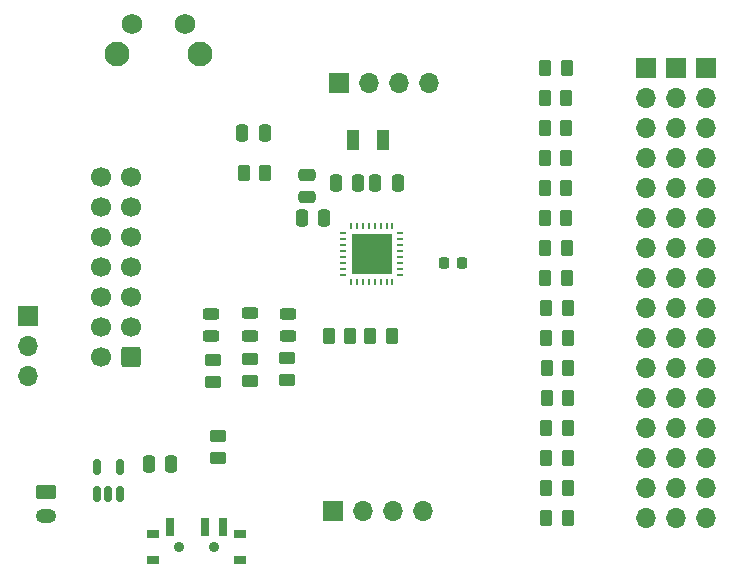
<source format=gbr>
%TF.GenerationSoftware,KiCad,Pcbnew,7.0.9*%
%TF.CreationDate,2024-01-06T14:55:19-06:00*%
%TF.ProjectId,Capsense_v2,43617073-656e-4736-955f-76322e6b6963,rev?*%
%TF.SameCoordinates,Original*%
%TF.FileFunction,Soldermask,Top*%
%TF.FilePolarity,Negative*%
%FSLAX46Y46*%
G04 Gerber Fmt 4.6, Leading zero omitted, Abs format (unit mm)*
G04 Created by KiCad (PCBNEW 7.0.9) date 2024-01-06 14:55:19*
%MOMM*%
%LPD*%
G01*
G04 APERTURE LIST*
G04 Aperture macros list*
%AMRoundRect*
0 Rectangle with rounded corners*
0 $1 Rounding radius*
0 $2 $3 $4 $5 $6 $7 $8 $9 X,Y pos of 4 corners*
0 Add a 4 corners polygon primitive as box body*
4,1,4,$2,$3,$4,$5,$6,$7,$8,$9,$2,$3,0*
0 Add four circle primitives for the rounded corners*
1,1,$1+$1,$2,$3*
1,1,$1+$1,$4,$5*
1,1,$1+$1,$6,$7*
1,1,$1+$1,$8,$9*
0 Add four rect primitives between the rounded corners*
20,1,$1+$1,$2,$3,$4,$5,0*
20,1,$1+$1,$4,$5,$6,$7,0*
20,1,$1+$1,$6,$7,$8,$9,0*
20,1,$1+$1,$8,$9,$2,$3,0*%
G04 Aperture macros list end*
%ADD10RoundRect,0.250000X-0.262500X-0.450000X0.262500X-0.450000X0.262500X0.450000X-0.262500X0.450000X0*%
%ADD11RoundRect,0.225000X-0.225000X-0.250000X0.225000X-0.250000X0.225000X0.250000X-0.225000X0.250000X0*%
%ADD12R,1.700000X1.700000*%
%ADD13O,1.700000X1.700000*%
%ADD14RoundRect,0.250000X0.250000X0.475000X-0.250000X0.475000X-0.250000X-0.475000X0.250000X-0.475000X0*%
%ADD15RoundRect,0.250000X-0.450000X0.262500X-0.450000X-0.262500X0.450000X-0.262500X0.450000X0.262500X0*%
%ADD16RoundRect,0.250000X0.262500X0.450000X-0.262500X0.450000X-0.262500X-0.450000X0.262500X-0.450000X0*%
%ADD17RoundRect,0.243750X0.456250X-0.243750X0.456250X0.243750X-0.456250X0.243750X-0.456250X-0.243750X0*%
%ADD18RoundRect,0.250000X-0.250000X-0.475000X0.250000X-0.475000X0.250000X0.475000X-0.250000X0.475000X0*%
%ADD19RoundRect,0.250000X0.600000X0.600000X-0.600000X0.600000X-0.600000X-0.600000X0.600000X-0.600000X0*%
%ADD20C,1.700000*%
%ADD21R,1.000000X0.800000*%
%ADD22C,0.900000*%
%ADD23R,0.700000X1.500000*%
%ADD24RoundRect,0.250000X0.450000X-0.262500X0.450000X0.262500X-0.450000X0.262500X-0.450000X-0.262500X0*%
%ADD25C,2.100000*%
%ADD26C,1.750000*%
%ADD27RoundRect,0.250000X-0.625000X0.350000X-0.625000X-0.350000X0.625000X-0.350000X0.625000X0.350000X0*%
%ADD28O,1.750000X1.200000*%
%ADD29RoundRect,0.150000X0.150000X-0.512500X0.150000X0.512500X-0.150000X0.512500X-0.150000X-0.512500X0*%
%ADD30R,0.599999X0.249999*%
%ADD31R,0.249999X0.599999*%
%ADD32R,3.450001X3.450001*%
%ADD33RoundRect,0.250000X0.475000X-0.250000X0.475000X0.250000X-0.475000X0.250000X-0.475000X-0.250000X0*%
%ADD34R,1.000000X1.800000*%
G04 APERTURE END LIST*
D10*
%TO.C,R18*%
X154574500Y-68180000D03*
X156399500Y-68180000D03*
%TD*%
%TO.C,R9*%
X154700500Y-91040000D03*
X156525500Y-91040000D03*
%TD*%
D11*
%TO.C,C3*%
X146025000Y-72000000D03*
X147575000Y-72000000D03*
%TD*%
D10*
%TO.C,R10*%
X154700500Y-88500000D03*
X156525500Y-88500000D03*
%TD*%
D12*
%TO.C,J5*%
X163170000Y-55480000D03*
X165710000Y-55480000D03*
X168250000Y-55480000D03*
D13*
X163170000Y-58020000D03*
X165710000Y-58020000D03*
X168250000Y-58020000D03*
X163170000Y-60560000D03*
X165710000Y-60560000D03*
X168250000Y-60560000D03*
X163170000Y-63100000D03*
X165710000Y-63100000D03*
X168250000Y-63100000D03*
X163170000Y-65640000D03*
X165710000Y-65640000D03*
X168250000Y-65640000D03*
X163170000Y-68180000D03*
X165710000Y-68180000D03*
X168250000Y-68180000D03*
X163170000Y-70720000D03*
X165710000Y-70720000D03*
X168250000Y-70720000D03*
X163170000Y-73260000D03*
X165710000Y-73260000D03*
X168250000Y-73260000D03*
X163170000Y-75800000D03*
X165710000Y-75800000D03*
X168250000Y-75800000D03*
X163170000Y-78340000D03*
X165710000Y-78340000D03*
X168250000Y-78340000D03*
X163170000Y-80880000D03*
X165710000Y-80880000D03*
X168250000Y-80880000D03*
X163170000Y-83420000D03*
X165710000Y-83420000D03*
X168250000Y-83420000D03*
X163170000Y-85960000D03*
X165710000Y-85960000D03*
X168250000Y-85960000D03*
X163170000Y-88500000D03*
X165710000Y-88500000D03*
X168250000Y-88500000D03*
X163170000Y-91040000D03*
X165710000Y-91040000D03*
X168250000Y-91040000D03*
X163170000Y-93580000D03*
X165710000Y-93580000D03*
X168250000Y-93580000D03*
%TD*%
D14*
%TO.C,C1*%
X135939892Y-68200000D03*
X134039892Y-68200000D03*
%TD*%
D15*
%TO.C,R5*%
X129621228Y-80181620D03*
X129621228Y-82006620D03*
%TD*%
D10*
%TO.C,R17*%
X154637500Y-70720000D03*
X156462500Y-70720000D03*
%TD*%
D16*
%TO.C,R1*%
X138112500Y-78232000D03*
X136287500Y-78232000D03*
%TD*%
D17*
%TO.C,D3*%
X132834097Y-78164914D03*
X132834097Y-76289914D03*
%TD*%
D18*
%TO.C,C6*%
X128974000Y-61000000D03*
X130874000Y-61000000D03*
%TD*%
D10*
%TO.C,R8*%
X154700500Y-93580000D03*
X156525500Y-93580000D03*
%TD*%
%TO.C,R19*%
X154574500Y-65640000D03*
X156399500Y-65640000D03*
%TD*%
D19*
%TO.C,J3*%
X119600000Y-80000000D03*
D20*
X117060000Y-80000000D03*
X119600000Y-77460000D03*
X117060000Y-77460000D03*
X119600000Y-74920000D03*
X117060000Y-74920000D03*
X119600000Y-72380000D03*
X117060000Y-72380000D03*
X119600000Y-69840000D03*
X117060000Y-69840000D03*
X119600000Y-67300000D03*
X117060000Y-67300000D03*
X119600000Y-64760000D03*
X117060000Y-64760000D03*
%TD*%
D10*
%TO.C,R12*%
X154755870Y-83449653D03*
X156580870Y-83449653D03*
%TD*%
D12*
%TO.C,J2*%
X137180000Y-56800000D03*
D13*
X139720000Y-56800000D03*
X142260000Y-56800000D03*
X144800000Y-56800000D03*
%TD*%
D10*
%TO.C,R2*%
X139803500Y-78232000D03*
X141628500Y-78232000D03*
%TD*%
D21*
%TO.C,SW2*%
X121450000Y-94990000D03*
X121450000Y-97200000D03*
D22*
X123600000Y-96100000D03*
X126600000Y-96100000D03*
D21*
X128750000Y-94990000D03*
X128750000Y-97200000D03*
D23*
X122850000Y-94340000D03*
X125850000Y-94340000D03*
X127350000Y-94340000D03*
%TD*%
D10*
%TO.C,R20*%
X154574500Y-63100000D03*
X156399500Y-63100000D03*
%TD*%
%TO.C,R16*%
X154637500Y-73260000D03*
X156462500Y-73260000D03*
%TD*%
%TO.C,R22*%
X154574500Y-58020000D03*
X156399500Y-58020000D03*
%TD*%
D15*
%TO.C,R4*%
X126466309Y-80221067D03*
X126466309Y-82046067D03*
%TD*%
D10*
%TO.C,R14*%
X154700500Y-78340000D03*
X156525500Y-78340000D03*
%TD*%
D24*
%TO.C,R7*%
X126900000Y-88500000D03*
X126900000Y-86675000D03*
%TD*%
D16*
%TO.C,R3*%
X130912500Y-64400000D03*
X129087500Y-64400000D03*
%TD*%
D18*
%TO.C,C7*%
X121050000Y-89000000D03*
X122950000Y-89000000D03*
%TD*%
%TO.C,C4*%
X140250000Y-65209290D03*
X142150000Y-65209290D03*
%TD*%
D25*
%TO.C,SW1*%
X118390000Y-54290000D03*
X125400000Y-54290000D03*
D26*
X119640000Y-51800000D03*
X124140000Y-51800000D03*
%TD*%
D27*
%TO.C,J8*%
X112400000Y-91400000D03*
D28*
X112400000Y-93400000D03*
%TD*%
D10*
%TO.C,R13*%
X154747775Y-80880000D03*
X156572775Y-80880000D03*
%TD*%
D29*
%TO.C,U2*%
X116700000Y-91600000D03*
X117650000Y-91600000D03*
X118600000Y-91600000D03*
X118600000Y-89325000D03*
X116700000Y-89325000D03*
%TD*%
D12*
%TO.C,J1*%
X136630000Y-93000000D03*
D13*
X139170000Y-93000000D03*
X141710000Y-93000000D03*
X144250000Y-93000000D03*
%TD*%
D17*
%TO.C,D1*%
X126355998Y-78174332D03*
X126355998Y-76299332D03*
%TD*%
D14*
%TO.C,C5*%
X138810907Y-65223302D03*
X136910907Y-65223302D03*
%TD*%
D10*
%TO.C,R21*%
X154574500Y-60560000D03*
X156399500Y-60560000D03*
%TD*%
%TO.C,R11*%
X154700500Y-85960000D03*
X156525500Y-85960000D03*
%TD*%
D30*
%TO.C,U1*%
X137550000Y-69509998D03*
X137550000Y-70009997D03*
X137550000Y-70509999D03*
X137550000Y-71009998D03*
X137550000Y-71510000D03*
X137550000Y-72009998D03*
X137550000Y-72509997D03*
X137550000Y-73009999D03*
D31*
X138200001Y-73660000D03*
X138700000Y-73660000D03*
X139200002Y-73660000D03*
X139700000Y-73660000D03*
X140200002Y-73660000D03*
X140700001Y-73660000D03*
X141200000Y-73660000D03*
X141700002Y-73660000D03*
D30*
X142350000Y-73009999D03*
X142350000Y-72509997D03*
X142350000Y-72009998D03*
X142350000Y-71510000D03*
X142350000Y-71009998D03*
X142350000Y-70509999D03*
X142350000Y-70009997D03*
X142350000Y-69509998D03*
D31*
X141700002Y-68860000D03*
X141200000Y-68860000D03*
X140700001Y-68860000D03*
X140200002Y-68860000D03*
X139700000Y-68860000D03*
X139200002Y-68860000D03*
X138700000Y-68860000D03*
X138200001Y-68860000D03*
D32*
X139950000Y-71259997D03*
%TD*%
D33*
%TO.C,C2*%
X134500000Y-66465722D03*
X134500000Y-64565722D03*
%TD*%
D17*
%TO.C,D2*%
X129601332Y-78154349D03*
X129601332Y-76279349D03*
%TD*%
D12*
%TO.C,J4*%
X110800000Y-76520000D03*
D13*
X110800000Y-79060000D03*
X110800000Y-81600000D03*
%TD*%
D15*
%TO.C,R6*%
X132800000Y-80087500D03*
X132800000Y-81912500D03*
%TD*%
D10*
%TO.C,R15*%
X154700500Y-75800000D03*
X156525500Y-75800000D03*
%TD*%
%TO.C,R23*%
X154637500Y-55480000D03*
X156462500Y-55480000D03*
%TD*%
D34*
%TO.C,Y1*%
X140857423Y-61600000D03*
X138357423Y-61600000D03*
%TD*%
M02*

</source>
